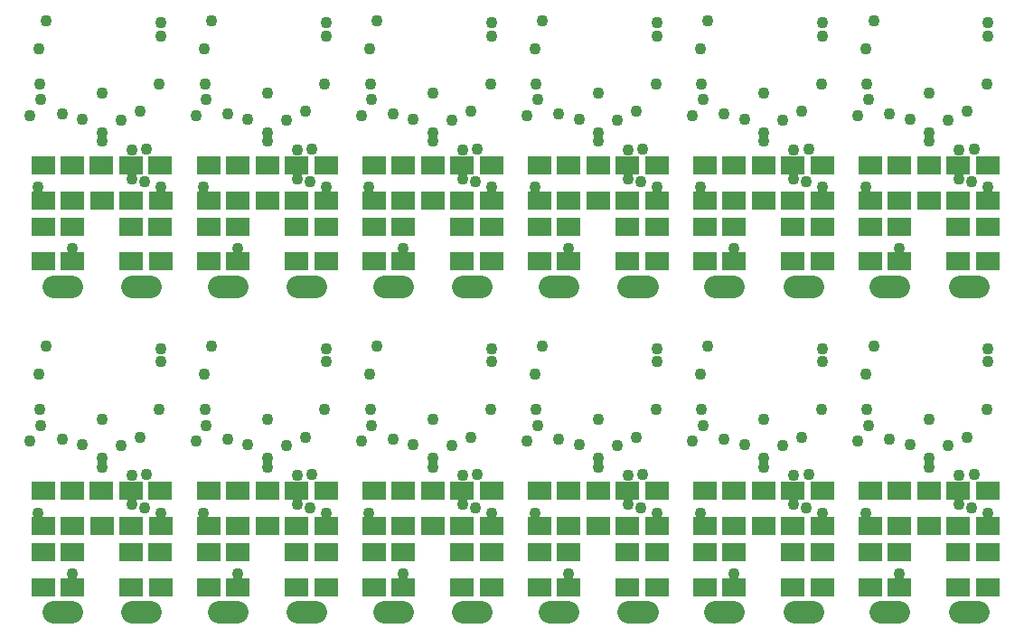
<source format=gbr>
%FSLAX34Y34*%
%MOMM*%
%LNSOLDERMASK_BOTTOM*%
G71*
G01*
%ADD10C, 1.100*%
%ADD11C, 2.100*%
%ADD12R, 2.200X1.700*%
%LPD*%
X84000Y-116000D02*
G54D10*
D03*
X139000Y-50000D02*
G54D10*
D03*
X139000Y-62000D02*
G54D10*
D03*
X138000Y-107000D02*
G54D10*
D03*
X102000Y-141000D02*
G54D10*
D03*
X66000Y-140000D02*
G54D10*
D03*
X26000Y-107000D02*
G54D10*
D03*
X25000Y-74000D02*
G54D10*
D03*
X32000Y-48000D02*
G54D10*
D03*
G54D11*
X112500Y-296500D02*
X129500Y-296500D01*
G54D11*
X38500Y-296500D02*
X55500Y-296500D01*
X28900Y-183600D02*
G54D12*
D03*
X29000Y-216100D02*
G54D12*
D03*
X56400Y-183600D02*
G54D12*
D03*
X56500Y-216100D02*
G54D12*
D03*
X83900Y-183600D02*
G54D12*
D03*
X84000Y-216100D02*
G54D12*
D03*
X111400Y-183600D02*
G54D12*
D03*
X111500Y-216100D02*
G54D12*
D03*
X138900Y-183600D02*
G54D12*
D03*
X139000Y-216100D02*
G54D12*
D03*
X28900Y-241100D02*
G54D12*
D03*
X29000Y-273600D02*
G54D12*
D03*
X56400Y-241100D02*
G54D12*
D03*
X56500Y-273600D02*
G54D12*
D03*
X111400Y-241100D02*
G54D12*
D03*
X111500Y-273600D02*
G54D12*
D03*
X138900Y-241100D02*
G54D12*
D03*
X139000Y-273600D02*
G54D12*
D03*
X126000Y-168000D02*
G54D10*
D03*
X139000Y-204000D02*
G54D10*
D03*
X112000Y-196000D02*
G54D10*
D03*
X112000Y-169000D02*
G54D10*
D03*
X120000Y-133000D02*
G54D10*
D03*
X124000Y-199000D02*
G54D10*
D03*
X24500Y-204000D02*
G54D10*
D03*
X47000Y-135000D02*
G54D10*
D03*
X17000Y-137000D02*
G54D10*
D03*
X56000Y-261000D02*
G54D10*
D03*
X27000Y-122000D02*
G54D10*
D03*
X84000Y-153000D02*
G54D10*
D03*
X84000Y-161000D02*
G54D10*
D03*
X239000Y-116000D02*
G54D10*
D03*
X294000Y-50000D02*
G54D10*
D03*
X294000Y-62000D02*
G54D10*
D03*
X293000Y-107000D02*
G54D10*
D03*
X257000Y-141000D02*
G54D10*
D03*
X221000Y-140000D02*
G54D10*
D03*
X181000Y-107000D02*
G54D10*
D03*
X180000Y-74000D02*
G54D10*
D03*
X187000Y-48000D02*
G54D10*
D03*
G54D11*
X267500Y-296500D02*
X284500Y-296500D01*
G54D11*
X193500Y-296500D02*
X210500Y-296500D01*
X183900Y-183600D02*
G54D12*
D03*
X184000Y-216100D02*
G54D12*
D03*
X211400Y-183600D02*
G54D12*
D03*
X211500Y-216100D02*
G54D12*
D03*
X238900Y-183600D02*
G54D12*
D03*
X239000Y-216100D02*
G54D12*
D03*
X266400Y-183600D02*
G54D12*
D03*
X266500Y-216100D02*
G54D12*
D03*
X293900Y-183600D02*
G54D12*
D03*
X294000Y-216100D02*
G54D12*
D03*
X183900Y-241100D02*
G54D12*
D03*
X184000Y-273600D02*
G54D12*
D03*
X211400Y-241100D02*
G54D12*
D03*
X211500Y-273600D02*
G54D12*
D03*
X266400Y-241100D02*
G54D12*
D03*
X266500Y-273600D02*
G54D12*
D03*
X293900Y-241100D02*
G54D12*
D03*
X294000Y-273600D02*
G54D12*
D03*
X281000Y-168000D02*
G54D10*
D03*
X294000Y-204000D02*
G54D10*
D03*
X267000Y-196000D02*
G54D10*
D03*
X267000Y-169000D02*
G54D10*
D03*
X275000Y-133000D02*
G54D10*
D03*
X279000Y-199000D02*
G54D10*
D03*
X179500Y-204000D02*
G54D10*
D03*
X202000Y-135000D02*
G54D10*
D03*
X172000Y-137000D02*
G54D10*
D03*
X211000Y-261000D02*
G54D10*
D03*
X182000Y-122000D02*
G54D10*
D03*
X239000Y-153000D02*
G54D10*
D03*
X239000Y-161000D02*
G54D10*
D03*
X394000Y-116000D02*
G54D10*
D03*
X449000Y-50000D02*
G54D10*
D03*
X449000Y-62000D02*
G54D10*
D03*
X448000Y-107000D02*
G54D10*
D03*
X412000Y-141000D02*
G54D10*
D03*
X376000Y-140000D02*
G54D10*
D03*
X336000Y-107000D02*
G54D10*
D03*
X335000Y-74000D02*
G54D10*
D03*
X342000Y-48000D02*
G54D10*
D03*
G54D11*
X422500Y-296500D02*
X439500Y-296500D01*
G54D11*
X348500Y-296500D02*
X365500Y-296500D01*
X338900Y-183600D02*
G54D12*
D03*
X339000Y-216100D02*
G54D12*
D03*
X366400Y-183600D02*
G54D12*
D03*
X366500Y-216100D02*
G54D12*
D03*
X393900Y-183600D02*
G54D12*
D03*
X394000Y-216100D02*
G54D12*
D03*
X421400Y-183600D02*
G54D12*
D03*
X421500Y-216100D02*
G54D12*
D03*
X448900Y-183600D02*
G54D12*
D03*
X449000Y-216100D02*
G54D12*
D03*
X338900Y-241100D02*
G54D12*
D03*
X339000Y-273600D02*
G54D12*
D03*
X366400Y-241100D02*
G54D12*
D03*
X366500Y-273600D02*
G54D12*
D03*
X421400Y-241100D02*
G54D12*
D03*
X421500Y-273600D02*
G54D12*
D03*
X448900Y-241100D02*
G54D12*
D03*
X449000Y-273600D02*
G54D12*
D03*
X436000Y-168000D02*
G54D10*
D03*
X449000Y-204000D02*
G54D10*
D03*
X422000Y-196000D02*
G54D10*
D03*
X422000Y-169000D02*
G54D10*
D03*
X430000Y-133000D02*
G54D10*
D03*
X434000Y-199000D02*
G54D10*
D03*
X334500Y-204000D02*
G54D10*
D03*
X357000Y-135000D02*
G54D10*
D03*
X327000Y-137000D02*
G54D10*
D03*
X366000Y-261000D02*
G54D10*
D03*
X337000Y-122000D02*
G54D10*
D03*
X394000Y-153000D02*
G54D10*
D03*
X394000Y-161000D02*
G54D10*
D03*
X549000Y-116000D02*
G54D10*
D03*
X604000Y-50000D02*
G54D10*
D03*
X604000Y-62000D02*
G54D10*
D03*
X603000Y-107000D02*
G54D10*
D03*
X567000Y-141000D02*
G54D10*
D03*
X531000Y-140000D02*
G54D10*
D03*
X491000Y-107000D02*
G54D10*
D03*
X490000Y-74000D02*
G54D10*
D03*
X497000Y-48000D02*
G54D10*
D03*
G54D11*
X577500Y-296500D02*
X594500Y-296500D01*
G54D11*
X503500Y-296500D02*
X520500Y-296500D01*
X493900Y-183600D02*
G54D12*
D03*
X494000Y-216100D02*
G54D12*
D03*
X521400Y-183600D02*
G54D12*
D03*
X521500Y-216100D02*
G54D12*
D03*
X548900Y-183600D02*
G54D12*
D03*
X549000Y-216100D02*
G54D12*
D03*
X576400Y-183600D02*
G54D12*
D03*
X576500Y-216100D02*
G54D12*
D03*
X603900Y-183600D02*
G54D12*
D03*
X604000Y-216100D02*
G54D12*
D03*
X493900Y-241100D02*
G54D12*
D03*
X494000Y-273600D02*
G54D12*
D03*
X521400Y-241100D02*
G54D12*
D03*
X521500Y-273600D02*
G54D12*
D03*
X576400Y-241100D02*
G54D12*
D03*
X576500Y-273600D02*
G54D12*
D03*
X603900Y-241100D02*
G54D12*
D03*
X604000Y-273600D02*
G54D12*
D03*
X591000Y-168000D02*
G54D10*
D03*
X604000Y-204000D02*
G54D10*
D03*
X577000Y-196000D02*
G54D10*
D03*
X577000Y-169000D02*
G54D10*
D03*
X585000Y-133000D02*
G54D10*
D03*
X589000Y-199000D02*
G54D10*
D03*
X489500Y-204000D02*
G54D10*
D03*
X512000Y-135000D02*
G54D10*
D03*
X482000Y-137000D02*
G54D10*
D03*
X521000Y-261000D02*
G54D10*
D03*
X492000Y-122000D02*
G54D10*
D03*
X549000Y-153000D02*
G54D10*
D03*
X549000Y-161000D02*
G54D10*
D03*
X704000Y-116000D02*
G54D10*
D03*
X759000Y-50000D02*
G54D10*
D03*
X759000Y-62000D02*
G54D10*
D03*
X758000Y-107000D02*
G54D10*
D03*
X722000Y-141000D02*
G54D10*
D03*
X686000Y-140000D02*
G54D10*
D03*
X646000Y-107000D02*
G54D10*
D03*
X645000Y-74000D02*
G54D10*
D03*
X652000Y-48000D02*
G54D10*
D03*
G54D11*
X732500Y-296500D02*
X749500Y-296500D01*
G54D11*
X658500Y-296500D02*
X675500Y-296500D01*
X648900Y-183600D02*
G54D12*
D03*
X649000Y-216100D02*
G54D12*
D03*
X676400Y-183600D02*
G54D12*
D03*
X676500Y-216100D02*
G54D12*
D03*
X703900Y-183600D02*
G54D12*
D03*
X704000Y-216100D02*
G54D12*
D03*
X731400Y-183600D02*
G54D12*
D03*
X731500Y-216100D02*
G54D12*
D03*
X758900Y-183600D02*
G54D12*
D03*
X759000Y-216100D02*
G54D12*
D03*
X648900Y-241100D02*
G54D12*
D03*
X649000Y-273600D02*
G54D12*
D03*
X676400Y-241100D02*
G54D12*
D03*
X676500Y-273600D02*
G54D12*
D03*
X731400Y-241100D02*
G54D12*
D03*
X731500Y-273600D02*
G54D12*
D03*
X758900Y-241100D02*
G54D12*
D03*
X759000Y-273600D02*
G54D12*
D03*
X746000Y-168000D02*
G54D10*
D03*
X759000Y-204000D02*
G54D10*
D03*
X732000Y-196000D02*
G54D10*
D03*
X732000Y-169000D02*
G54D10*
D03*
X740000Y-133000D02*
G54D10*
D03*
X744000Y-199000D02*
G54D10*
D03*
X644500Y-204000D02*
G54D10*
D03*
X667000Y-135000D02*
G54D10*
D03*
X637000Y-137000D02*
G54D10*
D03*
X676000Y-261000D02*
G54D10*
D03*
X647000Y-122000D02*
G54D10*
D03*
X704000Y-153000D02*
G54D10*
D03*
X704000Y-161000D02*
G54D10*
D03*
X859000Y-116000D02*
G54D10*
D03*
X914000Y-50000D02*
G54D10*
D03*
X914000Y-62000D02*
G54D10*
D03*
X913000Y-107000D02*
G54D10*
D03*
X877000Y-141000D02*
G54D10*
D03*
X841000Y-140000D02*
G54D10*
D03*
X801000Y-107000D02*
G54D10*
D03*
X800000Y-74000D02*
G54D10*
D03*
X807000Y-48000D02*
G54D10*
D03*
G54D11*
X887500Y-296500D02*
X904500Y-296500D01*
G54D11*
X813500Y-296500D02*
X830500Y-296500D01*
X803900Y-183600D02*
G54D12*
D03*
X804000Y-216100D02*
G54D12*
D03*
X831400Y-183600D02*
G54D12*
D03*
X831500Y-216100D02*
G54D12*
D03*
X858900Y-183600D02*
G54D12*
D03*
X859000Y-216100D02*
G54D12*
D03*
X886400Y-183600D02*
G54D12*
D03*
X886500Y-216100D02*
G54D12*
D03*
X913900Y-183600D02*
G54D12*
D03*
X914000Y-216100D02*
G54D12*
D03*
X803900Y-241100D02*
G54D12*
D03*
X804000Y-273600D02*
G54D12*
D03*
X831400Y-241100D02*
G54D12*
D03*
X831500Y-273600D02*
G54D12*
D03*
X886400Y-241100D02*
G54D12*
D03*
X886500Y-273600D02*
G54D12*
D03*
X913900Y-241100D02*
G54D12*
D03*
X914000Y-273600D02*
G54D12*
D03*
X901000Y-168000D02*
G54D10*
D03*
X914000Y-204000D02*
G54D10*
D03*
X887000Y-196000D02*
G54D10*
D03*
X887000Y-169000D02*
G54D10*
D03*
X895000Y-133000D02*
G54D10*
D03*
X899000Y-199000D02*
G54D10*
D03*
X799500Y-204000D02*
G54D10*
D03*
X822000Y-135000D02*
G54D10*
D03*
X792000Y-137000D02*
G54D10*
D03*
X831000Y-261000D02*
G54D10*
D03*
X802000Y-122000D02*
G54D10*
D03*
X859000Y-153000D02*
G54D10*
D03*
X859000Y-161000D02*
G54D10*
D03*
X84000Y-421000D02*
G54D10*
D03*
X139000Y-355000D02*
G54D10*
D03*
X139000Y-367000D02*
G54D10*
D03*
X138000Y-412000D02*
G54D10*
D03*
X102000Y-446000D02*
G54D10*
D03*
X66000Y-445000D02*
G54D10*
D03*
X26000Y-412000D02*
G54D10*
D03*
X25000Y-379000D02*
G54D10*
D03*
X32000Y-353000D02*
G54D10*
D03*
G54D11*
X112500Y-601500D02*
X129500Y-601500D01*
G54D11*
X38500Y-601500D02*
X55500Y-601500D01*
X28900Y-488600D02*
G54D12*
D03*
X29000Y-521100D02*
G54D12*
D03*
X56400Y-488600D02*
G54D12*
D03*
X56500Y-521100D02*
G54D12*
D03*
X83900Y-488600D02*
G54D12*
D03*
X84000Y-521100D02*
G54D12*
D03*
X111400Y-488600D02*
G54D12*
D03*
X111500Y-521100D02*
G54D12*
D03*
X138900Y-488600D02*
G54D12*
D03*
X139000Y-521100D02*
G54D12*
D03*
X28900Y-546100D02*
G54D12*
D03*
X29000Y-578600D02*
G54D12*
D03*
X56400Y-546100D02*
G54D12*
D03*
X56500Y-578600D02*
G54D12*
D03*
X111400Y-546100D02*
G54D12*
D03*
X111500Y-578600D02*
G54D12*
D03*
X138900Y-546100D02*
G54D12*
D03*
X139000Y-578600D02*
G54D12*
D03*
X126000Y-473000D02*
G54D10*
D03*
X139000Y-509000D02*
G54D10*
D03*
X112000Y-501000D02*
G54D10*
D03*
X112000Y-474000D02*
G54D10*
D03*
X120000Y-438000D02*
G54D10*
D03*
X124000Y-504000D02*
G54D10*
D03*
X24500Y-509000D02*
G54D10*
D03*
X47000Y-440000D02*
G54D10*
D03*
X17000Y-442000D02*
G54D10*
D03*
X56000Y-566000D02*
G54D10*
D03*
X27000Y-427000D02*
G54D10*
D03*
X84000Y-458000D02*
G54D10*
D03*
X84000Y-466000D02*
G54D10*
D03*
X239000Y-421000D02*
G54D10*
D03*
X294000Y-355000D02*
G54D10*
D03*
X294000Y-367000D02*
G54D10*
D03*
X293000Y-412000D02*
G54D10*
D03*
X257000Y-446000D02*
G54D10*
D03*
X221000Y-445000D02*
G54D10*
D03*
X181000Y-412000D02*
G54D10*
D03*
X180000Y-379000D02*
G54D10*
D03*
X187000Y-353000D02*
G54D10*
D03*
G54D11*
X267500Y-601500D02*
X284500Y-601500D01*
G54D11*
X193500Y-601500D02*
X210500Y-601500D01*
X183900Y-488600D02*
G54D12*
D03*
X184000Y-521100D02*
G54D12*
D03*
X211400Y-488600D02*
G54D12*
D03*
X211500Y-521100D02*
G54D12*
D03*
X238900Y-488600D02*
G54D12*
D03*
X239000Y-521100D02*
G54D12*
D03*
X266400Y-488600D02*
G54D12*
D03*
X266500Y-521100D02*
G54D12*
D03*
X293900Y-488600D02*
G54D12*
D03*
X294000Y-521100D02*
G54D12*
D03*
X183900Y-546100D02*
G54D12*
D03*
X184000Y-578600D02*
G54D12*
D03*
X211400Y-546100D02*
G54D12*
D03*
X211500Y-578600D02*
G54D12*
D03*
X266400Y-546100D02*
G54D12*
D03*
X266500Y-578600D02*
G54D12*
D03*
X293900Y-546100D02*
G54D12*
D03*
X294000Y-578600D02*
G54D12*
D03*
X281000Y-473000D02*
G54D10*
D03*
X294000Y-509000D02*
G54D10*
D03*
X267000Y-501000D02*
G54D10*
D03*
X267000Y-474000D02*
G54D10*
D03*
X275000Y-438000D02*
G54D10*
D03*
X279000Y-504000D02*
G54D10*
D03*
X179500Y-509000D02*
G54D10*
D03*
X202000Y-440000D02*
G54D10*
D03*
X172000Y-442000D02*
G54D10*
D03*
X211000Y-566000D02*
G54D10*
D03*
X182000Y-427000D02*
G54D10*
D03*
X239000Y-458000D02*
G54D10*
D03*
X239000Y-466000D02*
G54D10*
D03*
X394000Y-421000D02*
G54D10*
D03*
X449000Y-355000D02*
G54D10*
D03*
X449000Y-367000D02*
G54D10*
D03*
X448000Y-412000D02*
G54D10*
D03*
X412000Y-446000D02*
G54D10*
D03*
X376000Y-445000D02*
G54D10*
D03*
X336000Y-412000D02*
G54D10*
D03*
X335000Y-379000D02*
G54D10*
D03*
X342000Y-353000D02*
G54D10*
D03*
G54D11*
X422500Y-601500D02*
X439500Y-601500D01*
G54D11*
X348500Y-601500D02*
X365500Y-601500D01*
X338900Y-488600D02*
G54D12*
D03*
X339000Y-521100D02*
G54D12*
D03*
X366400Y-488600D02*
G54D12*
D03*
X366500Y-521100D02*
G54D12*
D03*
X393900Y-488600D02*
G54D12*
D03*
X394000Y-521100D02*
G54D12*
D03*
X421400Y-488600D02*
G54D12*
D03*
X421500Y-521100D02*
G54D12*
D03*
X448900Y-488600D02*
G54D12*
D03*
X449000Y-521100D02*
G54D12*
D03*
X338900Y-546100D02*
G54D12*
D03*
X339000Y-578600D02*
G54D12*
D03*
X366400Y-546100D02*
G54D12*
D03*
X366500Y-578600D02*
G54D12*
D03*
X421400Y-546100D02*
G54D12*
D03*
X421500Y-578600D02*
G54D12*
D03*
X448900Y-546100D02*
G54D12*
D03*
X449000Y-578600D02*
G54D12*
D03*
X436000Y-473000D02*
G54D10*
D03*
X449000Y-509000D02*
G54D10*
D03*
X422000Y-501000D02*
G54D10*
D03*
X422000Y-474000D02*
G54D10*
D03*
X430000Y-438000D02*
G54D10*
D03*
X434000Y-504000D02*
G54D10*
D03*
X334500Y-509000D02*
G54D10*
D03*
X357000Y-440000D02*
G54D10*
D03*
X327000Y-442000D02*
G54D10*
D03*
X366000Y-566000D02*
G54D10*
D03*
X337000Y-427000D02*
G54D10*
D03*
X394000Y-458000D02*
G54D10*
D03*
X394000Y-466000D02*
G54D10*
D03*
X549000Y-421000D02*
G54D10*
D03*
X604000Y-355000D02*
G54D10*
D03*
X604000Y-367000D02*
G54D10*
D03*
X603000Y-412000D02*
G54D10*
D03*
X567000Y-446000D02*
G54D10*
D03*
X531000Y-445000D02*
G54D10*
D03*
X491000Y-412000D02*
G54D10*
D03*
X490000Y-379000D02*
G54D10*
D03*
X497000Y-353000D02*
G54D10*
D03*
G54D11*
X577500Y-601500D02*
X594500Y-601500D01*
G54D11*
X503500Y-601500D02*
X520500Y-601500D01*
X493900Y-488600D02*
G54D12*
D03*
X494000Y-521100D02*
G54D12*
D03*
X521400Y-488600D02*
G54D12*
D03*
X521500Y-521100D02*
G54D12*
D03*
X548900Y-488600D02*
G54D12*
D03*
X549000Y-521100D02*
G54D12*
D03*
X576400Y-488600D02*
G54D12*
D03*
X576500Y-521100D02*
G54D12*
D03*
X603900Y-488600D02*
G54D12*
D03*
X604000Y-521100D02*
G54D12*
D03*
X493900Y-546100D02*
G54D12*
D03*
X494000Y-578600D02*
G54D12*
D03*
X521400Y-546100D02*
G54D12*
D03*
X521500Y-578600D02*
G54D12*
D03*
X576400Y-546100D02*
G54D12*
D03*
X576500Y-578600D02*
G54D12*
D03*
X603900Y-546100D02*
G54D12*
D03*
X604000Y-578600D02*
G54D12*
D03*
X591000Y-473000D02*
G54D10*
D03*
X604000Y-509000D02*
G54D10*
D03*
X577000Y-501000D02*
G54D10*
D03*
X577000Y-474000D02*
G54D10*
D03*
X585000Y-438000D02*
G54D10*
D03*
X589000Y-504000D02*
G54D10*
D03*
X489500Y-509000D02*
G54D10*
D03*
X512000Y-440000D02*
G54D10*
D03*
X482000Y-442000D02*
G54D10*
D03*
X521000Y-566000D02*
G54D10*
D03*
X492000Y-427000D02*
G54D10*
D03*
X549000Y-458000D02*
G54D10*
D03*
X549000Y-466000D02*
G54D10*
D03*
X704000Y-421000D02*
G54D10*
D03*
X759000Y-355000D02*
G54D10*
D03*
X759000Y-367000D02*
G54D10*
D03*
X758000Y-412000D02*
G54D10*
D03*
X722000Y-446000D02*
G54D10*
D03*
X686000Y-445000D02*
G54D10*
D03*
X646000Y-412000D02*
G54D10*
D03*
X645000Y-379000D02*
G54D10*
D03*
X652000Y-353000D02*
G54D10*
D03*
G54D11*
X732500Y-601500D02*
X749500Y-601500D01*
G54D11*
X658500Y-601500D02*
X675500Y-601500D01*
X648900Y-488600D02*
G54D12*
D03*
X649000Y-521100D02*
G54D12*
D03*
X676400Y-488600D02*
G54D12*
D03*
X676500Y-521100D02*
G54D12*
D03*
X703900Y-488600D02*
G54D12*
D03*
X704000Y-521100D02*
G54D12*
D03*
X731400Y-488600D02*
G54D12*
D03*
X731500Y-521100D02*
G54D12*
D03*
X758900Y-488600D02*
G54D12*
D03*
X759000Y-521100D02*
G54D12*
D03*
X648900Y-546100D02*
G54D12*
D03*
X649000Y-578600D02*
G54D12*
D03*
X676400Y-546100D02*
G54D12*
D03*
X676500Y-578600D02*
G54D12*
D03*
X731400Y-546100D02*
G54D12*
D03*
X731500Y-578600D02*
G54D12*
D03*
X758900Y-546100D02*
G54D12*
D03*
X759000Y-578600D02*
G54D12*
D03*
X746000Y-473000D02*
G54D10*
D03*
X759000Y-509000D02*
G54D10*
D03*
X732000Y-501000D02*
G54D10*
D03*
X732000Y-474000D02*
G54D10*
D03*
X740000Y-438000D02*
G54D10*
D03*
X744000Y-504000D02*
G54D10*
D03*
X644500Y-509000D02*
G54D10*
D03*
X667000Y-440000D02*
G54D10*
D03*
X637000Y-442000D02*
G54D10*
D03*
X676000Y-566000D02*
G54D10*
D03*
X647000Y-427000D02*
G54D10*
D03*
X704000Y-458000D02*
G54D10*
D03*
X704000Y-466000D02*
G54D10*
D03*
X859000Y-421000D02*
G54D10*
D03*
X914000Y-355000D02*
G54D10*
D03*
X914000Y-367000D02*
G54D10*
D03*
X913000Y-412000D02*
G54D10*
D03*
X877000Y-446000D02*
G54D10*
D03*
X841000Y-445000D02*
G54D10*
D03*
X801000Y-412000D02*
G54D10*
D03*
X800000Y-379000D02*
G54D10*
D03*
X807000Y-353000D02*
G54D10*
D03*
G54D11*
X887500Y-601500D02*
X904500Y-601500D01*
G54D11*
X813500Y-601500D02*
X830500Y-601500D01*
X803900Y-488600D02*
G54D12*
D03*
X804000Y-521100D02*
G54D12*
D03*
X831400Y-488600D02*
G54D12*
D03*
X831500Y-521100D02*
G54D12*
D03*
X858900Y-488600D02*
G54D12*
D03*
X859000Y-521100D02*
G54D12*
D03*
X886400Y-488600D02*
G54D12*
D03*
X886500Y-521100D02*
G54D12*
D03*
X913900Y-488600D02*
G54D12*
D03*
X914000Y-521100D02*
G54D12*
D03*
X803900Y-546100D02*
G54D12*
D03*
X804000Y-578600D02*
G54D12*
D03*
X831400Y-546100D02*
G54D12*
D03*
X831500Y-578600D02*
G54D12*
D03*
X886400Y-546100D02*
G54D12*
D03*
X886500Y-578600D02*
G54D12*
D03*
X913900Y-546100D02*
G54D12*
D03*
X914000Y-578600D02*
G54D12*
D03*
X901000Y-473000D02*
G54D10*
D03*
X914000Y-509000D02*
G54D10*
D03*
X887000Y-501000D02*
G54D10*
D03*
X887000Y-474000D02*
G54D10*
D03*
X895000Y-438000D02*
G54D10*
D03*
X899000Y-504000D02*
G54D10*
D03*
X799500Y-509000D02*
G54D10*
D03*
X822000Y-440000D02*
G54D10*
D03*
X792000Y-442000D02*
G54D10*
D03*
X831000Y-566000D02*
G54D10*
D03*
X802000Y-427000D02*
G54D10*
D03*
X859000Y-458000D02*
G54D10*
D03*
X859000Y-466000D02*
G54D10*
D03*
M02*

</source>
